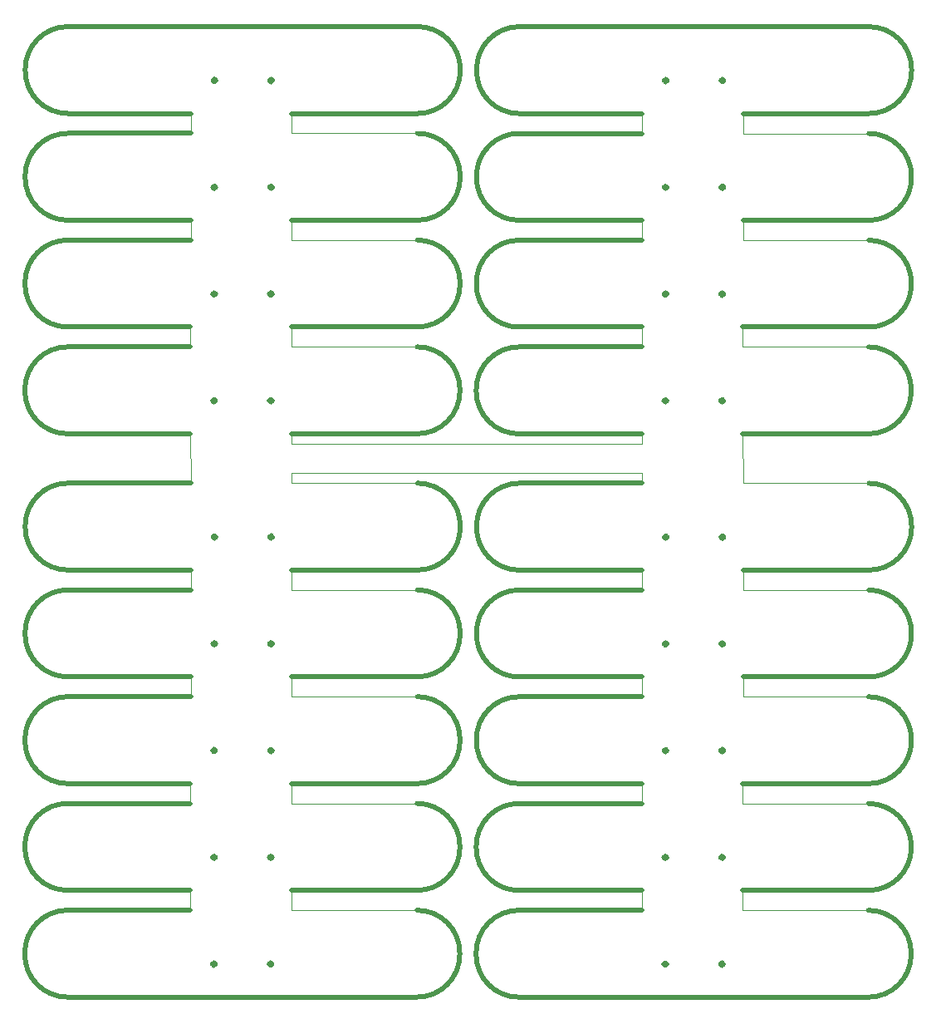
<source format=gbr>
%TF.GenerationSoftware,KiCad,Pcbnew,8.99.0-1678-gcd3e85b0b3*%
%TF.CreationDate,2024-07-13T23:24:54+07:00*%
%TF.ProjectId,dtb,6474622e-6b69-4636-9164-5f7063625858,rev?*%
%TF.SameCoordinates,Original*%
%TF.FileFunction,Profile,NP*%
%FSLAX46Y46*%
G04 Gerber Fmt 4.6, Leading zero omitted, Abs format (unit mm)*
G04 Created by KiCad (PCBNEW 8.99.0-1678-gcd3e85b0b3) date 2024-07-13 23:24:54*
%MOMM*%
%LPD*%
G01*
G04 APERTURE LIST*
%TA.AperFunction,Profile*%
%ADD10C,0.050000*%
%TD*%
%TA.AperFunction,Profile*%
%ADD11C,0.500000*%
%TD*%
G04 APERTURE END LIST*
D10*
X242900000Y-102900000D02*
X207200000Y-102900000D01*
X242910299Y-103933953D02*
X242900000Y-102900000D01*
X242900000Y-99900000D02*
X207200000Y-99900000D01*
X242864606Y-98899363D02*
X242900000Y-99900000D01*
D11*
X265976457Y-147433713D02*
G75*
G02*
X270326308Y-151810027I-117J-4350047D01*
G01*
X242851309Y-156283196D02*
X230326357Y-156283196D01*
X242863107Y-147433713D02*
X230338155Y-147433713D01*
X270326309Y-151933046D02*
G75*
G02*
X265976157Y-156283199I-4350149J-4D01*
G01*
X265976157Y-156283196D02*
X242851309Y-156283196D01*
X245411309Y-152923351D02*
G75*
G02*
X245111309Y-152923351I-150000J0D01*
G01*
X245111309Y-152923351D02*
G75*
G02*
X245411309Y-152923351I150000J0D01*
G01*
D10*
X253163107Y-145408256D02*
X253163107Y-147433713D01*
D11*
X225976309Y-151783746D02*
G75*
G02*
X230338155Y-147433713I4350050J-1D01*
G01*
X251191309Y-152923351D02*
G75*
G02*
X250891309Y-152923351I-150000J0D01*
G01*
X250891309Y-152923351D02*
G75*
G02*
X251191309Y-152923351I150000J0D01*
G01*
X230326357Y-156283196D02*
G75*
G02*
X225976309Y-151933146I-2J4350046D01*
G01*
X225976309Y-151933146D02*
X225976309Y-151783746D01*
D10*
X253163107Y-147433713D02*
X265976457Y-147433713D01*
D11*
X270326309Y-151810027D02*
X270326309Y-151933046D01*
D10*
X242863107Y-147433713D02*
X242863107Y-145408256D01*
D11*
X242864606Y-98899363D02*
X230339654Y-98899363D01*
X230339654Y-98899363D02*
G75*
G02*
X225989606Y-94549313I-2J4350046D01*
G01*
D10*
X253176404Y-88024423D02*
X253176404Y-90049880D01*
D11*
X265989454Y-98899363D02*
X253164606Y-98899363D01*
D10*
X242876404Y-90049880D02*
X242876404Y-88024423D01*
D11*
X270339606Y-94426194D02*
X270339606Y-94549213D01*
X251204606Y-95539518D02*
G75*
G02*
X250904606Y-95539518I-150000J0D01*
G01*
X250904606Y-95539518D02*
G75*
G02*
X251204606Y-95539518I150000J0D01*
G01*
X242876404Y-90049880D02*
X230351452Y-90049880D01*
X225989606Y-94399913D02*
G75*
G02*
X230351452Y-90049880I4350050J-1D01*
G01*
D10*
X253176404Y-90049880D02*
X265989754Y-90049880D01*
D11*
X225989606Y-94549313D02*
X225989606Y-94399913D01*
X265989754Y-90049880D02*
G75*
G02*
X270339611Y-94426194I-94J-4350030D01*
G01*
X270339606Y-94549213D02*
G75*
G02*
X265989454Y-98899356I-4350146J3D01*
G01*
X245424606Y-95539518D02*
G75*
G02*
X245124606Y-95539518I-150000J0D01*
G01*
X245124606Y-95539518D02*
G75*
G02*
X245424606Y-95539518I150000J0D01*
G01*
D10*
X253198501Y-114808893D02*
X266011851Y-114808893D01*
D11*
X251226703Y-120298531D02*
G75*
G02*
X250926703Y-120298531I-150000J0D01*
G01*
X250926703Y-120298531D02*
G75*
G02*
X251226703Y-120298531I150000J0D01*
G01*
X270361703Y-119185207D02*
X270361703Y-119308226D01*
X270361703Y-119308226D02*
G75*
G02*
X266011551Y-123658383I-4350153J-4D01*
G01*
D10*
X242898501Y-114808893D02*
X242898501Y-112783436D01*
D11*
X266011551Y-123658376D02*
X253186703Y-123658376D01*
X245446703Y-120298531D02*
G75*
G02*
X245146703Y-120298531I-150000J0D01*
G01*
X245146703Y-120298531D02*
G75*
G02*
X245446703Y-120298531I150000J0D01*
G01*
X226011703Y-119308326D02*
X226011703Y-119158926D01*
X266011851Y-114808893D02*
G75*
G02*
X270361698Y-119185207I-121J-4350047D01*
G01*
D10*
X253198501Y-112783436D02*
X253198501Y-114808893D01*
D11*
X242886703Y-123658376D02*
X230361751Y-123658376D01*
X242898501Y-114808893D02*
X230373549Y-114808893D01*
X230361751Y-123658376D02*
G75*
G02*
X226011704Y-119308326I-1J4350046D01*
G01*
X226011703Y-119158926D02*
G75*
G02*
X230373549Y-114808893I4350050J-1D01*
G01*
X230351452Y-88024423D02*
G75*
G02*
X226001407Y-83674373I-2J4350043D01*
G01*
X226001404Y-83524973D02*
G75*
G02*
X230363250Y-79174940I4350050J-1D01*
G01*
X242888202Y-79174940D02*
X230363250Y-79174940D01*
X270351404Y-83551254D02*
X270351404Y-83674273D01*
X245436404Y-84664578D02*
G75*
G02*
X245136404Y-84664578I-150000J0D01*
G01*
X245136404Y-84664578D02*
G75*
G02*
X245436404Y-84664578I150000J0D01*
G01*
X266001552Y-79174940D02*
G75*
G02*
X270351411Y-83551254I-92J-4350030D01*
G01*
X251216404Y-84664578D02*
G75*
G02*
X250916404Y-84664578I-150000J0D01*
G01*
X250916404Y-84664578D02*
G75*
G02*
X251216404Y-84664578I150000J0D01*
G01*
X226001404Y-83674373D02*
X226001404Y-83524973D01*
D10*
X253188202Y-79174940D02*
X266001552Y-79174940D01*
X253188202Y-77149483D02*
X253188202Y-79174940D01*
X242888202Y-79174940D02*
X242888202Y-77149483D01*
D11*
X270351404Y-83674273D02*
G75*
G02*
X266001252Y-88024424I-4350154J3D01*
G01*
X242876404Y-88024423D02*
X230351452Y-88024423D01*
X266001252Y-88024423D02*
X253176404Y-88024423D01*
X242900000Y-68300000D02*
X230375048Y-68300000D01*
X266024848Y-66274543D02*
X253200000Y-66274543D01*
X270363202Y-72676314D02*
X270363202Y-72799333D01*
X226013202Y-72650033D02*
G75*
G02*
X230375048Y-68300000I4350050J-1D01*
G01*
X226013202Y-72799433D02*
X226013202Y-72650033D01*
X266013350Y-68300000D02*
G75*
G02*
X270363201Y-72676314I-100J-4350030D01*
G01*
X230363250Y-77149483D02*
G75*
G02*
X226013202Y-72799433I-2J4350046D01*
G01*
X245448202Y-73789638D02*
G75*
G02*
X245148202Y-73789638I-150000J0D01*
G01*
X245148202Y-73789638D02*
G75*
G02*
X245448202Y-73789638I150000J0D01*
G01*
X251228202Y-73789638D02*
G75*
G02*
X250928202Y-73789638I-150000J0D01*
G01*
X250928202Y-73789638D02*
G75*
G02*
X251228202Y-73789638I150000J0D01*
G01*
X270363202Y-72799333D02*
G75*
G02*
X266013050Y-77149482I-4350152J3D01*
G01*
X242900000Y-66274543D02*
X230375048Y-66274543D01*
X251240000Y-62914698D02*
G75*
G02*
X250940000Y-62914698I-150000J0D01*
G01*
X250940000Y-62914698D02*
G75*
G02*
X251240000Y-62914698I150000J0D01*
G01*
X226025000Y-61775093D02*
G75*
G02*
X230386846Y-57425060I4350050J-1D01*
G01*
X270375000Y-61924393D02*
G75*
G02*
X266024848Y-66274540I-4350150J3D01*
G01*
X226025000Y-61924493D02*
X226025000Y-61775093D01*
X270375000Y-61801374D02*
X270375000Y-61924393D01*
X230375048Y-66274543D02*
G75*
G02*
X226025000Y-61924493I-2J4350046D01*
G01*
X266025148Y-57425060D02*
G75*
G02*
X270375001Y-61801374I-98J-4350030D01*
G01*
X245460000Y-62914698D02*
G75*
G02*
X245160000Y-62914698I-150000J0D01*
G01*
X245160000Y-62914698D02*
G75*
G02*
X245460000Y-62914698I150000J0D01*
G01*
X230386846Y-57425060D02*
X266025148Y-57425060D01*
X242888202Y-77149483D02*
X230363250Y-77149483D01*
D10*
X253200000Y-68300000D02*
X266013350Y-68300000D01*
D11*
X266013050Y-77149483D02*
X253188202Y-77149483D01*
D10*
X253200000Y-66274543D02*
X253200000Y-68300000D01*
X242900000Y-68300000D02*
X242900000Y-66274543D01*
D11*
X265988255Y-136558773D02*
G75*
G02*
X270338108Y-140935087I-115J-4350047D01*
G01*
X225988107Y-141058206D02*
X225988107Y-140908806D01*
D10*
X253174905Y-136558773D02*
X265988255Y-136558773D01*
D11*
X242863107Y-145408256D02*
X230338155Y-145408256D01*
X265987955Y-145408256D02*
X253163107Y-145408256D01*
X270338107Y-141058106D02*
G75*
G02*
X265987955Y-145408257I-4350147J-4D01*
G01*
X251203107Y-142048411D02*
G75*
G02*
X250903107Y-142048411I-150000J0D01*
G01*
X250903107Y-142048411D02*
G75*
G02*
X251203107Y-142048411I150000J0D01*
G01*
X230338155Y-145408256D02*
G75*
G02*
X225988107Y-141058206I-2J4350046D01*
G01*
D10*
X253174905Y-134533316D02*
X253174905Y-136558773D01*
D11*
X245423107Y-142048411D02*
G75*
G02*
X245123107Y-142048411I-150000J0D01*
G01*
X245123107Y-142048411D02*
G75*
G02*
X245423107Y-142048411I150000J0D01*
G01*
X242874905Y-136558773D02*
X230349953Y-136558773D01*
X225988107Y-140908806D02*
G75*
G02*
X230349953Y-136558773I4350050J-1D01*
G01*
D10*
X242874905Y-136558773D02*
X242874905Y-134533316D01*
D11*
X270338107Y-140935087D02*
X270338107Y-141058106D01*
D10*
X253186703Y-125683833D02*
X266000053Y-125683833D01*
D11*
X270349905Y-130060147D02*
X270349905Y-130183166D01*
X266000053Y-125683833D02*
G75*
G02*
X270349908Y-130060147I-113J-4350047D01*
G01*
X251214905Y-131173471D02*
G75*
G02*
X250914905Y-131173471I-150000J0D01*
G01*
X250914905Y-131173471D02*
G75*
G02*
X251214905Y-131173471I150000J0D01*
G01*
D10*
X253186703Y-123658376D02*
X253186703Y-125683833D01*
X242886703Y-125683833D02*
X242886703Y-123658376D01*
D11*
X245434905Y-131173471D02*
G75*
G02*
X245134905Y-131173471I-150000J0D01*
G01*
X245134905Y-131173471D02*
G75*
G02*
X245434905Y-131173471I150000J0D01*
G01*
X242874905Y-134533316D02*
X230349953Y-134533316D01*
X225999905Y-130183266D02*
X225999905Y-130033866D01*
X270349905Y-130183166D02*
G75*
G02*
X265999753Y-134533315I-4350145J-4D01*
G01*
X242886703Y-125683833D02*
X230361751Y-125683833D01*
X230349953Y-134533316D02*
G75*
G02*
X225999904Y-130183266I-3J4350046D01*
G01*
X225999905Y-130033866D02*
G75*
G02*
X230361751Y-125683833I4350050J-1D01*
G01*
X265999753Y-134533316D02*
X253174905Y-134533316D01*
X266023649Y-103933953D02*
G75*
G02*
X270373498Y-108310267I-119J-4350047D01*
G01*
X242898501Y-112783436D02*
X230373549Y-112783436D01*
D10*
X253210299Y-103933953D02*
X266023649Y-103933953D01*
D11*
X230373549Y-112783436D02*
G75*
G02*
X226023501Y-108433386I-2J4350046D01*
G01*
X226023501Y-108283986D02*
G75*
G02*
X230385347Y-103933953I4350050J-1D01*
G01*
X251238501Y-109423591D02*
G75*
G02*
X250938501Y-109423591I-150000J0D01*
G01*
X250938501Y-109423591D02*
G75*
G02*
X251238501Y-109423591I150000J0D01*
G01*
X270373501Y-108433286D02*
G75*
G02*
X266023349Y-112783441I-4350151J-4D01*
G01*
X226023501Y-108433386D02*
X226023501Y-108283986D01*
X245458501Y-109423591D02*
G75*
G02*
X245158501Y-109423591I-150000J0D01*
G01*
X245158501Y-109423591D02*
G75*
G02*
X245458501Y-109423591I150000J0D01*
G01*
X266023349Y-112783436D02*
X253198501Y-112783436D01*
X242910299Y-103933953D02*
X230385347Y-103933953D01*
X270373501Y-108310267D02*
X270373501Y-108433286D01*
D10*
X253210299Y-103933953D02*
X253164606Y-98899363D01*
X207154307Y-98890867D02*
X207200000Y-99900000D01*
X196854307Y-98890867D02*
X196900000Y-103925457D01*
X207200000Y-103925457D02*
X207200000Y-102900000D01*
D11*
X179966010Y-151924650D02*
X179966010Y-151775250D01*
X224316010Y-151801531D02*
X224316010Y-151924550D01*
X199401010Y-152914855D02*
G75*
G02*
X199101010Y-152914855I-150000J0D01*
G01*
X199101010Y-152914855D02*
G75*
G02*
X199401010Y-152914855I150000J0D01*
G01*
X224316010Y-151924550D02*
G75*
G02*
X219965858Y-156274702I-4350152J0D01*
G01*
X219966158Y-147425217D02*
G75*
G02*
X224316002Y-151801531I-110J-4350033D01*
G01*
X205181010Y-152914855D02*
G75*
G02*
X204881010Y-152914855I-150000J0D01*
G01*
X204881010Y-152914855D02*
G75*
G02*
X205181010Y-152914855I150000J0D01*
G01*
D10*
X207152808Y-145399760D02*
X207152808Y-147425217D01*
X196852808Y-147425217D02*
X196852808Y-145399760D01*
D11*
X196841010Y-156274700D02*
X184316058Y-156274700D01*
X219965858Y-156274700D02*
X196841010Y-156274700D01*
D10*
X207152808Y-147425217D02*
X219966158Y-147425217D01*
D11*
X196852808Y-147425217D02*
X184327856Y-147425217D01*
X184316058Y-156274700D02*
G75*
G02*
X179966010Y-151924650I-2J4350046D01*
G01*
X179966010Y-151775250D02*
G75*
G02*
X184327856Y-147425217I4350050J-1D01*
G01*
X179977808Y-141049710D02*
X179977808Y-140900310D01*
X224327808Y-140926591D02*
X224327808Y-141049610D01*
X199412808Y-142039915D02*
G75*
G02*
X199112808Y-142039915I-150000J0D01*
G01*
X199112808Y-142039915D02*
G75*
G02*
X199412808Y-142039915I150000J0D01*
G01*
X224327808Y-141049610D02*
G75*
G02*
X219977656Y-145399762I-4350152J0D01*
G01*
X219977956Y-136550277D02*
G75*
G02*
X224327800Y-140926591I-110J-4350033D01*
G01*
X205192808Y-142039915D02*
G75*
G02*
X204892808Y-142039915I-150000J0D01*
G01*
X204892808Y-142039915D02*
G75*
G02*
X205192808Y-142039915I150000J0D01*
G01*
D10*
X207164606Y-134524820D02*
X207164606Y-136550277D01*
X196864606Y-136550277D02*
X196864606Y-134524820D01*
D11*
X196852808Y-145399760D02*
X184327856Y-145399760D01*
X219977656Y-145399760D02*
X207152808Y-145399760D01*
D10*
X207164606Y-136550277D02*
X219977956Y-136550277D01*
D11*
X196864606Y-136550277D02*
X184339654Y-136550277D01*
X184327856Y-145399760D02*
G75*
G02*
X179977808Y-141049710I-2J4350046D01*
G01*
X179977808Y-140900310D02*
G75*
G02*
X184339654Y-136550277I4350050J-1D01*
G01*
X179989606Y-130174770D02*
X179989606Y-130025370D01*
X224339606Y-130051651D02*
X224339606Y-130174670D01*
X199424606Y-131164975D02*
G75*
G02*
X199124606Y-131164975I-150000J0D01*
G01*
X199124606Y-131164975D02*
G75*
G02*
X199424606Y-131164975I150000J0D01*
G01*
X224339606Y-130174670D02*
G75*
G02*
X219989454Y-134524822I-4350152J0D01*
G01*
X219989754Y-125675337D02*
G75*
G02*
X224339598Y-130051651I-110J-4350033D01*
G01*
X205204606Y-131164975D02*
G75*
G02*
X204904606Y-131164975I-150000J0D01*
G01*
X204904606Y-131164975D02*
G75*
G02*
X205204606Y-131164975I150000J0D01*
G01*
D10*
X207176404Y-123649880D02*
X207176404Y-125675337D01*
X196876404Y-125675337D02*
X196876404Y-123649880D01*
D11*
X196864606Y-134524820D02*
X184339654Y-134524820D01*
X219989454Y-134524820D02*
X207164606Y-134524820D01*
D10*
X207176404Y-125675337D02*
X219989754Y-125675337D01*
D11*
X196876404Y-125675337D02*
X184351452Y-125675337D01*
X184339654Y-134524820D02*
G75*
G02*
X179989606Y-130174770I-2J4350046D01*
G01*
X179989606Y-130025370D02*
G75*
G02*
X184351452Y-125675337I4350050J-1D01*
G01*
X180001404Y-119299830D02*
X180001404Y-119150430D01*
X224351404Y-119176711D02*
X224351404Y-119299730D01*
X199436404Y-120290035D02*
G75*
G02*
X199136404Y-120290035I-150000J0D01*
G01*
X199136404Y-120290035D02*
G75*
G02*
X199436404Y-120290035I150000J0D01*
G01*
X224351404Y-119299730D02*
G75*
G02*
X220001252Y-123649882I-4350152J0D01*
G01*
X220001552Y-114800397D02*
G75*
G02*
X224351396Y-119176711I-110J-4350033D01*
G01*
X205216404Y-120290035D02*
G75*
G02*
X204916404Y-120290035I-150000J0D01*
G01*
X204916404Y-120290035D02*
G75*
G02*
X205216404Y-120290035I150000J0D01*
G01*
D10*
X207188202Y-112774940D02*
X207188202Y-114800397D01*
X196888202Y-114800397D02*
X196888202Y-112774940D01*
D11*
X196876404Y-123649880D02*
X184351452Y-123649880D01*
X220001252Y-123649880D02*
X207176404Y-123649880D01*
D10*
X207188202Y-114800397D02*
X220001552Y-114800397D01*
D11*
X196888202Y-114800397D02*
X184363250Y-114800397D01*
X184351452Y-123649880D02*
G75*
G02*
X180001404Y-119299830I-2J4350046D01*
G01*
X180001404Y-119150430D02*
G75*
G02*
X184363250Y-114800397I4350050J-1D01*
G01*
X224363202Y-108301771D02*
X224363202Y-108424790D01*
X196900000Y-103925457D02*
X184375048Y-103925457D01*
X220013050Y-112774940D02*
X207188202Y-112774940D01*
X199448202Y-109415095D02*
G75*
G02*
X199148202Y-109415095I-150000J0D01*
G01*
X199148202Y-109415095D02*
G75*
G02*
X199448202Y-109415095I150000J0D01*
G01*
X180013202Y-108424890D02*
X180013202Y-108275490D01*
X224363202Y-108424790D02*
G75*
G02*
X220013050Y-112774942I-4350152J0D01*
G01*
X205228202Y-109415095D02*
G75*
G02*
X204928202Y-109415095I-150000J0D01*
G01*
X204928202Y-109415095D02*
G75*
G02*
X205228202Y-109415095I150000J0D01*
G01*
X180013202Y-108275490D02*
G75*
G02*
X184375048Y-103925457I4350050J-1D01*
G01*
X184363250Y-112774940D02*
G75*
G02*
X180013202Y-108424890I-2J4350046D01*
G01*
D10*
X207200000Y-103925457D02*
X220013350Y-103925457D01*
D11*
X196888202Y-112774940D02*
X184363250Y-112774940D01*
X220013350Y-103925457D02*
G75*
G02*
X224363194Y-108301771I-110J-4350033D01*
G01*
X219979155Y-98890867D02*
X207154307Y-98890867D01*
X196866105Y-90041384D02*
X184341153Y-90041384D01*
X224329307Y-94417698D02*
X224329307Y-94540717D01*
X179979307Y-94391417D02*
G75*
G02*
X184341153Y-90041384I4350050J-1D01*
G01*
X179979307Y-94540817D02*
X179979307Y-94391417D01*
X219979455Y-90041384D02*
G75*
G02*
X224329311Y-94417698I-98J-4350033D01*
G01*
X184329355Y-98890867D02*
G75*
G02*
X179979307Y-94540817I-2J4350046D01*
G01*
X199414307Y-95531022D02*
G75*
G02*
X199114307Y-95531022I-150000J0D01*
G01*
X199114307Y-95531022D02*
G75*
G02*
X199414307Y-95531022I150000J0D01*
G01*
X205194307Y-95531022D02*
G75*
G02*
X204894307Y-95531022I-150000J0D01*
G01*
X204894307Y-95531022D02*
G75*
G02*
X205194307Y-95531022I150000J0D01*
G01*
X224329307Y-94540717D02*
G75*
G02*
X219979155Y-98890867I-4350150J0D01*
G01*
X196854307Y-98890867D02*
X184329355Y-98890867D01*
D10*
X207166105Y-90041384D02*
X219979455Y-90041384D01*
X207166105Y-88015927D02*
X207166105Y-90041384D01*
X196866105Y-90041384D02*
X196866105Y-88015927D01*
D11*
X196877903Y-79166444D02*
X184352951Y-79166444D01*
X224341105Y-83542758D02*
X224341105Y-83665777D01*
X179991105Y-83516477D02*
G75*
G02*
X184352951Y-79166444I4350050J-1D01*
G01*
X179991105Y-83665877D02*
X179991105Y-83516477D01*
X219991253Y-79166444D02*
G75*
G02*
X224341109Y-83542758I-98J-4350033D01*
G01*
X184341153Y-88015927D02*
G75*
G02*
X179991105Y-83665877I-2J4350046D01*
G01*
X199426105Y-84656082D02*
G75*
G02*
X199126105Y-84656082I-150000J0D01*
G01*
X199126105Y-84656082D02*
G75*
G02*
X199426105Y-84656082I150000J0D01*
G01*
X205206105Y-84656082D02*
G75*
G02*
X204906105Y-84656082I-150000J0D01*
G01*
X204906105Y-84656082D02*
G75*
G02*
X205206105Y-84656082I150000J0D01*
G01*
X224341105Y-83665777D02*
G75*
G02*
X219990953Y-88015927I-4350150J0D01*
G01*
X196866105Y-88015927D02*
X184341153Y-88015927D01*
D10*
X207177903Y-79166444D02*
X219991253Y-79166444D01*
D11*
X219990953Y-88015927D02*
X207166105Y-88015927D01*
D10*
X207177903Y-77140987D02*
X207177903Y-79166444D01*
X196877903Y-79166444D02*
X196877903Y-77140987D01*
D11*
X220002751Y-77140987D02*
X207177903Y-77140987D01*
X196877903Y-77140987D02*
X184352951Y-77140987D01*
D10*
X207189701Y-68291504D02*
X220003051Y-68291504D01*
X196889701Y-68291504D02*
X196889701Y-66266047D01*
X207189701Y-66266047D02*
X207189701Y-68291504D01*
D11*
X184376547Y-57416564D02*
X220014849Y-57416564D01*
X199449701Y-62906202D02*
G75*
G02*
X199149701Y-62906202I-150000J0D01*
G01*
X199149701Y-62906202D02*
G75*
G02*
X199449701Y-62906202I150000J0D01*
G01*
X220014849Y-57416564D02*
G75*
G02*
X224364703Y-61792878I-100J-4350033D01*
G01*
X184364749Y-66266047D02*
G75*
G02*
X180014699Y-61915997I0J4350050D01*
G01*
X224364701Y-61792878D02*
X224364701Y-61915897D01*
X180014701Y-61915997D02*
X180014701Y-61766597D01*
X224364701Y-61915897D02*
G75*
G02*
X220014549Y-66266049I-4350152J0D01*
G01*
X180014701Y-61766597D02*
G75*
G02*
X184376547Y-57416565I4350048J0D01*
G01*
X205229701Y-62906202D02*
G75*
G02*
X204929701Y-62906202I-150000J0D01*
G01*
X204929701Y-62906202D02*
G75*
G02*
X205229701Y-62906202I150000J0D01*
G01*
X196889701Y-66266047D02*
X184364749Y-66266047D01*
X224352903Y-72790837D02*
G75*
G02*
X220002751Y-77140987I-4350149J-1D01*
G01*
X205217903Y-73781142D02*
G75*
G02*
X204917903Y-73781142I-150000J0D01*
G01*
X204917903Y-73781142D02*
G75*
G02*
X205217903Y-73781142I150000J0D01*
G01*
X199437903Y-73781142D02*
G75*
G02*
X199137903Y-73781142I-150000J0D01*
G01*
X199137903Y-73781142D02*
G75*
G02*
X199437903Y-73781142I150000J0D01*
G01*
X184352951Y-77140987D02*
G75*
G02*
X180002903Y-72790937I-2J4350046D01*
G01*
X220003051Y-68291504D02*
G75*
G02*
X224352903Y-72667818I-98J-4350029D01*
G01*
X180002903Y-72790937D02*
X180002903Y-72641537D01*
X180002903Y-72641537D02*
G75*
G02*
X184364749Y-68291504I4350050J-1D01*
G01*
X224352903Y-72667818D02*
X224352903Y-72790837D01*
X220014549Y-66266047D02*
X207189701Y-66266047D01*
X196889701Y-68291504D02*
X184364749Y-68291504D01*
M02*

</source>
